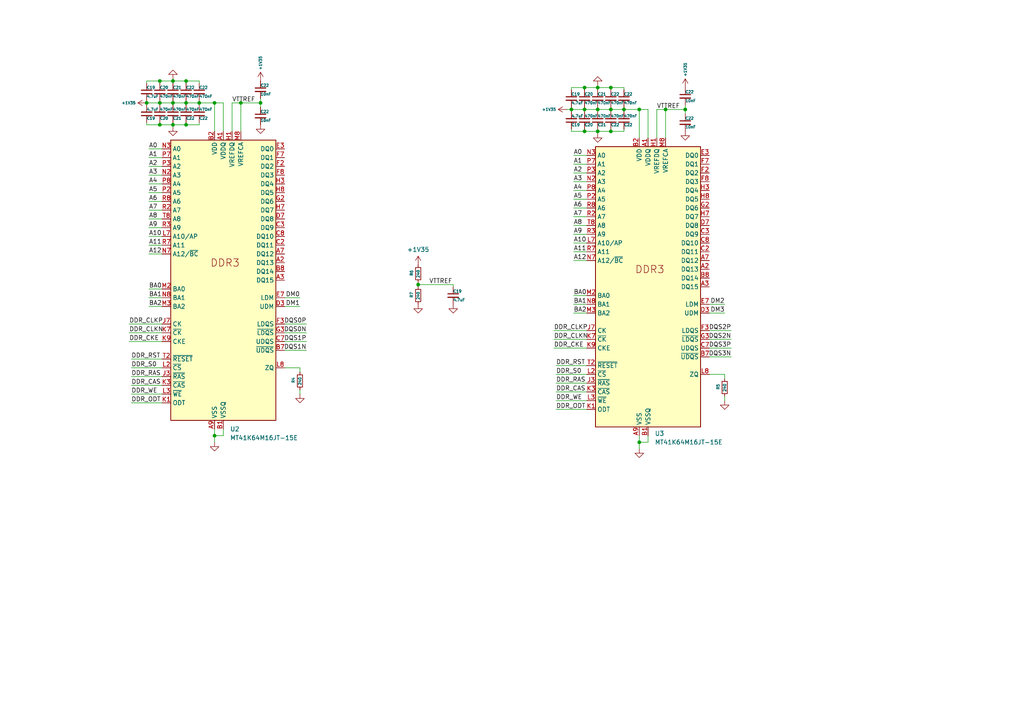
<source format=kicad_sch>
(kicad_sch (version 20230409) (generator eeschema)
  (paper "A4")
  (lib_symbols
    (symbol "Device:C_Small" (pin_numbers hide) (pin_names (offset 0.254) hide)
      (property "Reference" "C" (at 0.254 1.778 0))
      (property "Value" "C_Small" (at 0.254 -2.032 0))
      (symbol "C_Small_0_1"
        (polyline (pts (xy -1.524 -0.508) (xy 1.524 -0.508)) (stroke (width 0.3302)))
        (polyline (pts (xy -1.524 0.508) (xy 1.524 0.508)) (stroke (width 0.3048)))
      )
      (symbol "C_Small_1_1"
        (pin passive line (at 0 2.54 270) (length 2.032) (name "~") (number "1"))
        (pin passive line (at 0 -2.54 90) (length 2.032) (name "~") (number "2"))
      )
    )
    (symbol "Device:R_Small" (pin_numbers hide) (pin_names (offset 0.254) hide)
      (property "Reference" "R" (at 0.762 0.508 0))
      (property "Value" "R_Small" (at 0.762 -1.016 0))
      (symbol "R_Small_0_1"
        (rectangle (start -0.762 1.778) (end 0.762 -1.778) (stroke (width 0.2032)))
      )
      (symbol "R_Small_1_1"
        (pin passive line (at 0 2.54 270) (length 0.762) (name "~") (number "1"))
        (pin passive line (at 0 -2.54 90) (length 0.762) (name "~") (number "2"))
      )
    )
    (symbol "ThunderBee:MT41K64M16JT-15E"
      (property "Reference" "U" (at -13.97 41.91 0))
      (property "Value" "MT41K64M16JT-15E" (at 13.97 41.91 0))
      (symbol "MT41K64M16JT-15E_0_1"
        (rectangle (start -15.24 40.64) (end 15.24 -40.64) (stroke (width 0.254)) (fill (type background)))
        (pin power_in line (at 0 43.18 270) (length 2.54) (name "VDDQ") (number "A1"))
        (pin passive line (at 0 43.18 270) (length 2.54) hide (name "VDDQ") (number "A8"))
        (pin power_in line (at -2.54 -43.18 90) (length 2.54) (name "VSS") (number "A9"))
        (pin power_in line (at 0 -43.18 90) (length 2.54) (name "VSSQ") (number "B1"))
        (pin power_in line (at -2.54 43.18 270) (length 2.54) (name "VDD") (number "B2"))
        (pin passive line (at -2.54 -43.18 90) (length 2.54) hide (name "VSS") (number "B3"))
        (pin passive line (at 0 -43.18 90) (length 2.54) hide (name "VSSQ") (number "B9"))
        (pin passive line (at 0 43.18 270) (length 2.54) hide (name "VDDQ") (number "C1"))
        (pin passive line (at 0 43.18 270) (length 2.54) hide (name "VDDQ") (number "C9"))
        (pin passive line (at 0 -43.18 90) (length 2.54) hide (name "VSSQ") (number "D1"))
        (pin passive line (at 0 43.18 270) (length 2.54) hide (name "VDDQ") (number "D2"))
        (pin passive line (at 0 -43.18 90) (length 2.54) hide (name "VSSQ") (number "D8"))
        (pin passive line (at -2.54 43.18 270) (length 2.54) hide (name "VDD") (number "D9"))
        (pin passive line (at -2.54 -43.18 90) (length 2.54) hide (name "VSS") (number "E1"))
        (pin passive line (at 0 -43.18 90) (length 2.54) hide (name "VSSQ") (number "E2"))
        (pin bidirectional line (at 17.78 38.1 180) (length 2.54) (name "DQ0") (number "E3"))
        (pin passive line (at 0 -43.18 90) (length 2.54) hide (name "VSSQ") (number "E8"))
        (pin passive line (at 0 43.18 270) (length 2.54) hide (name "VDDQ") (number "E9"))
        (pin passive line (at 0 43.18 270) (length 2.54) hide (name "VDDQ") (number "F1"))
        (pin bidirectional line (at 17.78 33.02 180) (length 2.54) (name "DQ2") (number "F2"))
        (pin bidirectional line (at 17.78 35.56 180) (length 2.54) (name "DQ1") (number "F7"))
        (pin bidirectional line (at 17.78 30.48 180) (length 2.54) (name "DQ3") (number "F8"))
        (pin passive line (at 0 -43.18 90) (length 2.54) hide (name "VSSQ") (number "F9"))
        (pin passive line (at 0 -43.18 90) (length 2.54) hide (name "VSSQ") (number "G1"))
        (pin bidirectional line (at 17.78 22.86 180) (length 2.54) (name "DQ6") (number "G2"))
        (pin passive line (at -2.54 43.18 270) (length 2.54) hide (name "VDD") (number "G7"))
        (pin passive line (at -2.54 -43.18 90) (length 2.54) hide (name "VSS") (number "G8"))
        (pin passive line (at 0 -43.18 90) (length 2.54) hide (name "VSSQ") (number "G9"))
        (pin power_in line (at 2.54 43.18 270) (length 2.54) (name "VREFDQ") (number "H1"))
        (pin passive line (at 0 43.18 270) (length 2.54) hide (name "VDDQ") (number "H2"))
        (pin bidirectional line (at 17.78 27.94 180) (length 2.54) (name "DQ4") (number "H3"))
        (pin bidirectional line (at 17.78 20.32 180) (length 2.54) (name "DQ7") (number "H7"))
        (pin bidirectional line (at 17.78 25.4 180) (length 2.54) (name "DQ5") (number "H8"))
        (pin passive line (at 0 43.18 270) (length 2.54) hide (name "VDDQ") (number "H9"))
        (pin passive line (at -2.54 -43.18 90) (length 2.54) hide (name "VSS") (number "J2"))
        (pin passive line (at -2.54 -43.18 90) (length 2.54) hide (name "VSS") (number "J8"))
        (pin passive line (at -2.54 43.18 270) (length 2.54) hide (name "VDD") (number "K2"))
        (pin passive line (at -2.54 43.18 270) (length 2.54) hide (name "VDD") (number "K8"))
        (pin input line (at -17.78 -25.4 0) (length 2.54) (name "~{CS}") (number "L2"))
        (pin input line (at -17.78 12.7 0) (length 2.54) (name "A10/AP") (number "L7"))
        (pin passive line (at -2.54 -43.18 90) (length 2.54) hide (name "VSS") (number "M1"))
        (pin passive line (at -2.54 -43.18 90) (length 2.54) hide (name "VSS") (number "M9"))
        (pin passive line (at -2.54 43.18 270) (length 2.54) hide (name "VDD") (number "N1"))
        (pin input line (at -17.78 30.48 0) (length 2.54) (name "A3") (number "N2"))
        (pin input line (at -17.78 38.1 0) (length 2.54) (name "A0") (number "N3"))
        (pin input line (at -17.78 7.62 0) (length 2.54) (name "A12/~{BC}") (number "N7"))
        (pin passive line (at -2.54 43.18 270) (length 2.54) hide (name "VDD") (number "N9"))
        (pin passive line (at -2.54 -43.18 90) (length 2.54) hide (name "VSS") (number "P1"))
        (pin input line (at -17.78 25.4 0) (length 2.54) (name "A5") (number "P2"))
        (pin input line (at -17.78 33.02 0) (length 2.54) (name "A2") (number "P3"))
        (pin input line (at -17.78 35.56 0) (length 2.54) (name "A1") (number "P7"))
        (pin input line (at -17.78 27.94 0) (length 2.54) (name "A4") (number "P8"))
        (pin passive line (at -2.54 -43.18 90) (length 2.54) hide (name "VSS") (number "P9"))
        (pin passive line (at -2.54 43.18 270) (length 2.54) hide (name "VDD") (number "R1"))
        (pin input line (at -17.78 20.32 0) (length 2.54) (name "A7") (number "R2"))
        (pin input line (at -17.78 15.24 0) (length 2.54) (name "A9") (number "R3"))
        (pin input line (at -17.78 10.16 0) (length 2.54) (name "A11") (number "R7"))
        (pin input line (at -17.78 22.86 0) (length 2.54) (name "A6") (number "R8"))
        (pin passive line (at -2.54 43.18 270) (length 2.54) hide (name "VDD") (number "R9"))
        (pin passive line (at -2.54 -43.18 90) (length 2.54) hide (name "VSS") (number "T1"))
        (pin input line (at -17.78 -22.86 0) (length 2.54) (name "~{RESET}") (number "T2"))
        (pin input line (at -17.78 17.78 0) (length 2.54) (name "A8") (number "T8"))
        (pin passive line (at -2.54 -43.18 90) (length 2.54) hide (name "VSS") (number "T9"))
      )
      (symbol "MT41K64M16JT-15E_1_1"
        (text "DDR3" (at -3.81 3.81 0) (effects (font (size 2.1336 2.1336)) (justify left bottom)))
        (pin bidirectional line (at 17.78 5.08 180) (length 2.54) (name "DQ13") (number "A2"))
        (pin bidirectional line (at 17.78 0 180) (length 2.54) (name "DQ15") (number "A3"))
        (pin bidirectional line (at 17.78 7.62 180) (length 2.54) (name "DQ12") (number "A7"))
        (pin bidirectional line (at 17.78 -20.32 180) (length 2.54) (name "~{UDQS}") (number "B7"))
        (pin bidirectional line (at 17.78 2.54 180) (length 2.54) (name "DQ14") (number "B8"))
        (pin bidirectional line (at 17.78 10.16 180) (length 2.54) (name "DQ11") (number "C2"))
        (pin bidirectional line (at 17.78 15.24 180) (length 2.54) (name "DQ9") (number "C3"))
        (pin bidirectional line (at 17.78 -17.78 180) (length 2.54) (name "UDQS") (number "C7"))
        (pin bidirectional line (at 17.78 12.7 180) (length 2.54) (name "DQ10") (number "C8"))
        (pin input line (at 17.78 -7.62 180) (length 2.54) (name "UDM") (number "D3"))
        (pin bidirectional line (at 17.78 17.78 180) (length 2.54) (name "DQ8") (number "D7"))
        (pin input line (at 17.78 -5.08 180) (length 2.54) (name "LDM") (number "E7"))
        (pin bidirectional line (at 17.78 -12.7 180) (length 2.54) (name "LDQS") (number "F3"))
        (pin bidirectional line (at 17.78 -15.24 180) (length 2.54) (name "~{LDQS}") (number "G3"))
        (pin no_connect line (at 15.24 -27.94 180) (length 2.54) hide (name "NC") (number "J1"))
        (pin input line (at -17.78 -27.94 0) (length 2.54) (name "~{RAS}") (number "J3"))
        (pin input line (at -17.78 -12.7 0) (length 2.54) (name "CK") (number "J7"))
        (pin no_connect line (at 15.24 -30.48 180) (length 2.54) hide (name "NC") (number "J9"))
        (pin input line (at -17.78 -35.56 0) (length 2.54) (name "ODT") (number "K1"))
        (pin input line (at -17.78 -30.48 0) (length 2.54) (name "~{CAS}") (number "K3"))
        (pin input line (at -17.78 -15.24 0) (length 2.54) (name "~{CK}") (number "K7"))
        (pin input line (at -17.78 -17.78 0) (length 2.54) (name "CKE") (number "K9"))
        (pin no_connect line (at 15.24 -33.02 180) (length 2.54) hide (name "NC") (number "L1"))
        (pin input line (at -17.78 -33.02 0) (length 2.54) (name "~{WE}") (number "L3"))
        (pin input line (at 17.78 -25.4 180) (length 2.54) (name "ZQ") (number "L8"))
        (pin no_connect line (at 15.24 -35.56 180) (length 2.54) hide (name "NC") (number "L9"))
        (pin input line (at -17.78 -2.54 0) (length 2.54) (name "BA0") (number "M2"))
        (pin input line (at -17.78 -7.62 0) (length 2.54) (name "BA2") (number "M3"))
        (pin no_connect line (at 15.24 -38.1 180) (length 2.54) hide (name "NC") (number "M7"))
        (pin power_in line (at 5.08 43.18 270) (length 2.54) (name "VREFCA") (number "M8"))
        (pin input line (at -17.78 -5.08 0) (length 2.54) (name "BA1") (number "N8"))
      )
    )
    (symbol "power:+1V35" (power) (pin_names (offset 0))
      (property "Value" "+1V35" (at 0 3.556 0))
      (symbol "+1V35_0_1"
        (polyline (pts (xy -0.762 1.27) (xy 0 2.54)))
        (polyline (pts (xy 0 0) (xy 0 2.54)))
        (polyline (pts (xy 0 2.54) (xy 0.762 1.27)))
      )
      (symbol "+1V35_1_1"
        (pin power_in line (at 0 0 90) (length 0) hide (name "+1V35") (number "1"))
      )
    )
    (symbol "power:GND" (power) (pin_names (offset 0))
      (property "Value" "GND" (at 0 -3.81 0))
      (symbol "GND_0_1"
        (polyline (pts (xy 0 0) (xy 0 -1.27) (xy 1.27 -1.27) (xy 0 -2.54) (xy -1.27 -1.27) (xy 0 -1.27)))
      )
      (symbol "GND_1_1"
        (pin power_in line (at 0 0 270) (length 0) hide (name "GND") (number "1"))
      )
    )
  )
  (junction (at 169.545 25.4))
  (junction (at 169.545 38.1))
  (junction (at 57.785 29.845))
  (junction (at 198.755 31.75))
  (junction (at 75.565 29.845))
  (junction (at 50.165 29.845))
  (junction (at 53.975 23.495))
  (junction (at 46.355 36.195))
  (junction (at 169.545 31.75))
  (junction (at 193.04 31.75))
  (junction (at 165.735 31.75))
  (junction (at 185.42 31.75))
  (junction (at 121.285 82.55))
  (junction (at 173.355 25.4))
  (junction (at 185.42 128.27))
  (junction (at 46.355 23.495))
  (junction (at 173.355 31.75))
  (junction (at 42.545 29.845))
  (junction (at 173.355 38.1))
  (junction (at 69.85 29.845))
  (junction (at 177.165 31.75))
  (junction (at 50.165 23.495))
  (junction (at 50.165 36.195))
  (junction (at 177.165 38.1))
  (junction (at 53.975 29.845))
  (junction (at 46.355 29.845))
  (junction (at 177.165 25.4))
  (junction (at 62.23 29.845))
  (junction (at 53.975 36.195))
  (junction (at 180.975 31.75))
  (junction (at 62.23 126.365))
  (wire (pts (xy 190.5 31.75) (xy 190.5 40.005)))
  (wire (pts (xy 43.18 88.9) (xy 46.99 88.9)))
  (wire (pts (xy 53.975 36.195) (xy 53.975 35.56)))
  (wire (pts (xy 193.04 31.75) (xy 193.04 40.005)))
  (wire (pts (xy 46.355 36.195) (xy 50.165 36.195)))
  (wire (pts (xy 82.55 101.6) (xy 88.9 101.6)))
  (wire (pts (xy 173.355 24.765) (xy 173.355 25.4)))
  (wire (pts (xy 166.37 65.405) (xy 170.18 65.405)))
  (wire (pts (xy 187.96 31.75) (xy 185.42 31.75)))
  (wire (pts (xy 43.18 83.82) (xy 46.99 83.82)))
  (wire (pts (xy 50.165 36.195) (xy 50.165 35.56)))
  (wire (pts (xy 198.755 30.48) (xy 198.755 31.75)))
  (wire (pts (xy 169.545 32.385) (xy 169.545 31.75)))
  (wire (pts (xy 210.185 108.585) (xy 205.74 108.585)))
  (wire (pts (xy 57.785 36.195) (xy 57.785 35.56)))
  (wire (pts (xy 86.995 107.95) (xy 86.995 106.68)))
  (wire (pts (xy 180.975 25.4) (xy 180.975 26.035)))
  (wire (pts (xy 166.37 45.085) (xy 170.18 45.085)))
  (wire (pts (xy 62.23 128.27) (xy 62.23 126.365)))
  (wire (pts (xy 173.355 38.1) (xy 177.165 38.1)))
  (wire (pts (xy 43.18 68.58) (xy 46.99 68.58)))
  (wire (pts (xy 165.735 26.035) (xy 165.735 25.4)))
  (wire (pts (xy 38.1 111.76) (xy 46.99 111.76)))
  (wire (pts (xy 42.545 35.56) (xy 42.545 36.195)))
  (wire (pts (xy 57.785 29.21) (xy 57.785 29.845)))
  (wire (pts (xy 46.355 23.495) (xy 46.355 24.13)))
  (wire (pts (xy 57.785 29.845) (xy 62.23 29.845)))
  (wire (pts (xy 166.37 55.245) (xy 170.18 55.245)))
  (wire (pts (xy 165.735 31.75) (xy 169.545 31.75)))
  (wire (pts (xy 38.1 106.68) (xy 46.99 106.68)))
  (wire (pts (xy 86.995 106.68) (xy 82.55 106.68)))
  (wire (pts (xy 121.285 81.915) (xy 121.285 82.55)))
  (wire (pts (xy 64.77 38.1) (xy 64.77 29.845)))
  (wire (pts (xy 57.785 23.495) (xy 57.785 24.13)))
  (wire (pts (xy 169.545 38.1) (xy 169.545 37.465)))
  (wire (pts (xy 165.735 32.385) (xy 165.735 31.75)))
  (wire (pts (xy 205.74 100.965) (xy 212.09 100.965)))
  (wire (pts (xy 38.1 104.14) (xy 46.99 104.14)))
  (wire (pts (xy 166.37 67.945) (xy 170.18 67.945)))
  (wire (pts (xy 165.735 38.1) (xy 169.545 38.1)))
  (wire (pts (xy 205.74 98.425) (xy 212.09 98.425)))
  (wire (pts (xy 43.18 60.96) (xy 46.99 60.96)))
  (wire (pts (xy 67.31 29.845) (xy 67.31 38.1)))
  (wire (pts (xy 166.37 75.565) (xy 170.18 75.565)))
  (wire (pts (xy 42.545 29.21) (xy 42.545 29.845)))
  (wire (pts (xy 50.165 23.495) (xy 50.165 24.13)))
  (wire (pts (xy 177.165 32.385) (xy 177.165 31.75)))
  (wire (pts (xy 69.85 29.845) (xy 69.85 38.1)))
  (wire (pts (xy 62.23 29.845) (xy 62.23 38.1)))
  (wire (pts (xy 38.1 109.22) (xy 46.99 109.22)))
  (wire (pts (xy 64.77 29.845) (xy 62.23 29.845)))
  (wire (pts (xy 205.74 95.885) (xy 212.09 95.885)))
  (wire (pts (xy 42.545 30.48) (xy 42.545 29.845)))
  (wire (pts (xy 75.565 29.845) (xy 75.565 31.115)))
  (wire (pts (xy 198.755 31.75) (xy 198.755 33.02)))
  (wire (pts (xy 43.18 43.18) (xy 46.99 43.18)))
  (wire (pts (xy 165.735 37.465) (xy 165.735 38.1)))
  (wire (pts (xy 173.355 25.4) (xy 173.355 26.035)))
  (wire (pts (xy 50.165 36.195) (xy 53.975 36.195)))
  (wire (pts (xy 180.975 38.1) (xy 180.975 37.465)))
  (wire (pts (xy 166.37 60.325) (xy 170.18 60.325)))
  (wire (pts (xy 177.165 25.4) (xy 177.165 26.035)))
  (wire (pts (xy 185.42 130.175) (xy 185.42 128.27)))
  (wire (pts (xy 190.5 31.75) (xy 193.04 31.75)))
  (wire (pts (xy 210.185 116.205) (xy 210.185 114.935)))
  (wire (pts (xy 185.42 31.75) (xy 185.42 40.005)))
  (wire (pts (xy 173.355 31.115) (xy 173.355 31.75)))
  (wire (pts (xy 169.545 25.4) (xy 173.355 25.4)))
  (wire (pts (xy 180.975 31.115) (xy 180.975 31.75)))
  (wire (pts (xy 43.18 66.04) (xy 46.99 66.04)))
  (wire (pts (xy 50.165 23.495) (xy 53.975 23.495)))
  (wire (pts (xy 53.975 23.495) (xy 57.785 23.495)))
  (wire (pts (xy 177.165 31.115) (xy 177.165 31.75)))
  (wire (pts (xy 43.18 63.5) (xy 46.99 63.5)))
  (wire (pts (xy 42.545 29.845) (xy 46.355 29.845)))
  (wire (pts (xy 173.355 38.1) (xy 173.355 37.465)))
  (wire (pts (xy 38.1 114.3) (xy 46.99 114.3)))
  (wire (pts (xy 169.545 38.1) (xy 173.355 38.1)))
  (wire (pts (xy 161.29 118.745) (xy 170.18 118.745)))
  (wire (pts (xy 64.77 126.365) (xy 62.23 126.365)))
  (wire (pts (xy 50.165 29.21) (xy 50.165 29.845)))
  (wire (pts (xy 185.42 128.27) (xy 185.42 126.365)))
  (wire (pts (xy 46.355 23.495) (xy 50.165 23.495)))
  (wire (pts (xy 161.29 108.585) (xy 170.18 108.585)))
  (wire (pts (xy 46.355 30.48) (xy 46.355 29.845)))
  (wire (pts (xy 69.85 29.845) (xy 75.565 29.845)))
  (wire (pts (xy 50.165 36.83) (xy 50.165 36.195)))
  (wire (pts (xy 50.165 22.86) (xy 50.165 23.495)))
  (wire (pts (xy 173.355 38.735) (xy 173.355 38.1)))
  (wire (pts (xy 46.355 29.845) (xy 50.165 29.845)))
  (wire (pts (xy 161.29 111.125) (xy 170.18 111.125)))
  (wire (pts (xy 46.355 36.195) (xy 46.355 35.56)))
  (wire (pts (xy 193.04 31.75) (xy 198.755 31.75)))
  (wire (pts (xy 67.31 29.845) (xy 69.85 29.845)))
  (wire (pts (xy 161.29 116.205) (xy 170.18 116.205)))
  (wire (pts (xy 165.735 31.115) (xy 165.735 31.75)))
  (wire (pts (xy 177.165 31.75) (xy 180.975 31.75)))
  (wire (pts (xy 86.995 114.3) (xy 86.995 113.03)))
  (wire (pts (xy 37.465 96.52) (xy 46.99 96.52)))
  (wire (pts (xy 43.18 48.26) (xy 46.99 48.26)))
  (wire (pts (xy 166.37 85.725) (xy 170.18 85.725)))
  (wire (pts (xy 82.55 88.9) (xy 86.995 88.9)))
  (wire (pts (xy 121.285 82.55) (xy 131.445 82.55)))
  (wire (pts (xy 160.655 95.885) (xy 170.18 95.885)))
  (wire (pts (xy 177.165 38.1) (xy 180.975 38.1)))
  (wire (pts (xy 166.37 88.265) (xy 170.18 88.265)))
  (wire (pts (xy 38.1 116.84) (xy 46.99 116.84)))
  (wire (pts (xy 205.74 90.805) (xy 210.185 90.805)))
  (wire (pts (xy 43.18 71.12) (xy 46.99 71.12)))
  (wire (pts (xy 180.975 31.75) (xy 185.42 31.75)))
  (wire (pts (xy 53.975 36.195) (xy 57.785 36.195)))
  (wire (pts (xy 166.37 90.805) (xy 170.18 90.805)))
  (wire (pts (xy 37.465 93.98) (xy 46.99 93.98)))
  (wire (pts (xy 121.285 82.55) (xy 121.285 83.185)))
  (wire (pts (xy 187.96 126.365) (xy 187.96 128.27)))
  (wire (pts (xy 169.545 31.75) (xy 173.355 31.75)))
  (wire (pts (xy 82.55 96.52) (xy 88.9 96.52)))
  (wire (pts (xy 43.18 45.72) (xy 46.99 45.72)))
  (wire (pts (xy 43.18 50.8) (xy 46.99 50.8)))
  (wire (pts (xy 165.735 25.4) (xy 169.545 25.4)))
  (wire (pts (xy 164.465 31.75) (xy 165.735 31.75)))
  (wire (pts (xy 173.355 32.385) (xy 173.355 31.75)))
  (wire (pts (xy 37.465 99.06) (xy 46.99 99.06)))
  (wire (pts (xy 43.18 58.42) (xy 46.99 58.42)))
  (wire (pts (xy 43.18 55.88) (xy 46.99 55.88)))
  (wire (pts (xy 82.55 86.36) (xy 86.995 86.36)))
  (wire (pts (xy 161.29 106.045) (xy 170.18 106.045)))
  (wire (pts (xy 169.545 31.115) (xy 169.545 31.75)))
  (wire (pts (xy 205.74 103.505) (xy 212.09 103.505)))
  (wire (pts (xy 42.545 24.13) (xy 42.545 23.495)))
  (wire (pts (xy 177.165 38.1) (xy 177.165 37.465)))
  (wire (pts (xy 180.975 32.385) (xy 180.975 31.75)))
  (wire (pts (xy 169.545 25.4) (xy 169.545 26.035)))
  (wire (pts (xy 166.37 73.025) (xy 170.18 73.025)))
  (wire (pts (xy 82.55 93.98) (xy 88.9 93.98)))
  (wire (pts (xy 166.37 70.485) (xy 170.18 70.485)))
  (wire (pts (xy 166.37 57.785) (xy 170.18 57.785)))
  (wire (pts (xy 64.77 124.46) (xy 64.77 126.365)))
  (wire (pts (xy 46.355 29.21) (xy 46.355 29.845)))
  (wire (pts (xy 53.975 29.845) (xy 57.785 29.845)))
  (wire (pts (xy 42.545 36.195) (xy 46.355 36.195)))
  (wire (pts (xy 187.96 40.005) (xy 187.96 31.75)))
  (wire (pts (xy 131.445 82.55) (xy 131.445 83.185)))
  (wire (pts (xy 53.975 23.495) (xy 53.975 24.13)))
  (wire (pts (xy 82.55 99.06) (xy 88.9 99.06)))
  (wire (pts (xy 57.785 30.48) (xy 57.785 29.845)))
  (wire (pts (xy 160.655 100.965) (xy 170.18 100.965)))
  (wire (pts (xy 43.18 53.34) (xy 46.99 53.34)))
  (wire (pts (xy 50.165 30.48) (xy 50.165 29.845)))
  (wire (pts (xy 160.655 98.425) (xy 170.18 98.425)))
  (wire (pts (xy 53.975 29.21) (xy 53.975 29.845)))
  (wire (pts (xy 166.37 47.625) (xy 170.18 47.625)))
  (wire (pts (xy 43.18 86.36) (xy 46.99 86.36)))
  (wire (pts (xy 50.165 29.845) (xy 53.975 29.845)))
  (wire (pts (xy 43.18 73.66) (xy 46.99 73.66)))
  (wire (pts (xy 161.29 113.665) (xy 170.18 113.665)))
  (wire (pts (xy 166.37 62.865) (xy 170.18 62.865)))
  (wire (pts (xy 205.74 88.265) (xy 210.185 88.265)))
  (wire (pts (xy 166.37 50.165) (xy 170.18 50.165)))
  (wire (pts (xy 166.37 52.705) (xy 170.18 52.705)))
  (wire (pts (xy 173.355 25.4) (xy 177.165 25.4)))
  (wire (pts (xy 210.185 109.855) (xy 210.185 108.585)))
  (wire (pts (xy 177.165 25.4) (xy 180.975 25.4)))
  (wire (pts (xy 62.23 126.365) (xy 62.23 124.46)))
  (wire (pts (xy 75.565 28.575) (xy 75.565 29.845)))
  (wire (pts (xy 42.545 23.495) (xy 46.355 23.495)))
  (wire (pts (xy 53.975 30.48) (xy 53.975 29.845)))
  (wire (pts (xy 187.96 128.27) (xy 185.42 128.27)))
  (wire (pts (xy 173.355 31.75) (xy 177.165 31.75)))
  (label "BA0" (at 43.18 83.82 0))
  (label "A1" (at 166.37 47.625 0))
  (label "DDR_CKE" (at 160.655 100.965 0))
  (label "A3" (at 166.37 52.705 0))
  (label "A2" (at 166.37 50.165 0))
  (label "DQS0P" (at 88.9 93.98 180))
  (label "DQS3N" (at 212.09 103.505 180))
  (label "VTTREF" (at 124.46 82.55 0))
  (label "A11" (at 43.18 71.12 0))
  (label "A9" (at 166.37 67.945 0))
  (label "BA1" (at 166.37 88.265 0))
  (label "DQS2N" (at 212.09 98.425 180))
  (label "DQS0N" (at 88.9 96.52 180))
  (label "DDR_CLKP" (at 37.465 93.98 0))
  (label "A0" (at 43.18 43.18 0))
  (label "A3" (at 43.18 50.8 0))
  (label "DDR_CAS" (at 161.29 113.665 0))
  (label "DDR_CLKN" (at 37.465 96.52 0))
  (label "BA0" (at 166.37 85.725 0))
  (label "A9" (at 43.18 66.04 0))
  (label "BA2" (at 43.18 88.9 0))
  (label "A0" (at 166.37 45.085 0))
  (label "A8" (at 166.37 65.405 0))
  (label "DDR_ODT" (at 161.29 118.745 0))
  (label "A12" (at 166.37 75.565 0))
  (label "VTTREF" (at 67.31 29.845 0))
  (label "A7" (at 43.18 60.96 0))
  (label "DQS1N" (at 88.9 101.6 180))
  (label "DQS3P" (at 212.09 100.965 180))
  (label "A6" (at 43.18 58.42 0))
  (label "DDR_WE" (at 161.29 116.205 0))
  (label "DQS2P" (at 212.09 95.885 180))
  (label "DDR_RAS" (at 38.1 109.22 0))
  (label "DDR_CLKP" (at 160.655 95.885 0))
  (label "VTTREF" (at 190.5 31.75 0))
  (label "DDR_ODT" (at 38.1 116.84 0))
  (label "A10" (at 166.37 70.485 0))
  (label "A5" (at 43.18 55.88 0))
  (label "A1" (at 43.18 45.72 0))
  (label "DDR_CLKN" (at 160.655 98.425 0))
  (label "A2" (at 43.18 48.26 0))
  (label "A4" (at 166.37 55.245 0))
  (label "A5" (at 166.37 57.785 0))
  (label "A8" (at 43.18 63.5 0))
  (label "A12" (at 43.18 73.66 0))
  (label "DDR_RAS" (at 161.29 111.125 0))
  (label "A11" (at 166.37 73.025 0))
  (label "DDR_WE" (at 38.1 114.3 0))
  (label "DM1" (at 86.995 88.9 180))
  (label "DDR_S0" (at 161.29 108.585 0))
  (label "DDR_CKE" (at 37.465 99.06 0))
  (label "DDR_RST" (at 161.29 106.045 0))
  (label "BA1" (at 43.18 86.36 0))
  (label "DDR_S0" (at 38.1 106.68 0))
  (label "DDR_RST" (at 38.1 104.14 0))
  (label "A4" (at 43.18 53.34 0))
  (label "DDR_CAS" (at 38.1 111.76 0))
  (label "A7" (at 166.37 62.865 0))
  (label "DM0" (at 86.995 86.36 180))
  (label "DM3" (at 210.185 90.805 180))
  (label "BA2" (at 166.37 90.805 0))
  (label "A6" (at 166.37 60.325 0))
  (label "A10" (at 43.18 68.58 0))
  (label "DQS1P" (at 88.9 99.06 180))
  (label "DM2" (at 210.185 88.265 180))
  (symbol (lib_id "power:GND") (at 131.445 88.265 0) (unit 1)
    (property "Reference" "#PWR041" (effects hide))
    (property "Value" "GND" (effects hide))
  )
  (symbol (lib_id "Device:C_Small") (at 42.545 26.67 0) (unit 1)
    (property "Reference" "C19" (at 42.545 25.4 0) (effects (font (size 0.8 0.8)) (justify left)))
    (property "Value" "4.7uF" (at 42.545 27.94 0) (effects (font (size 0.8 0.8)) (justify left)))
    (instances (project "ThunderBee" (path "" (reference "C19") (unit 1)) (path "" (reference "C55") (unit 1))))
  )
  (symbol (lib_id "Device:C_Small") (at 173.355 28.575 0) (unit 1)
    (property "Reference" "C21" (at 173.355 27.305 0) (effects (font (size 0.8 0.8)) (justify left)))
    (property "Value" "470nF" (at 173.355 29.845 0) (effects (font (size 0.8 0.8)) (justify left)))
    (instances (project "ThunderBee" (path "" (reference "C21") (unit 1)) (path "" (reference "C69") (unit 1))))
  )
  (symbol (lib_id "Device:C_Small") (at 165.735 34.925 0) (mirror x) (unit 1)
    (property "Reference" "C19" (at 165.735 36.195 0) (effects (font (size 0.8 0.8)) (justify left)))
    (property "Value" "4.7uF" (at 165.735 33.655 0) (effects (font (size 0.8 0.8)) (justify left)))
    (instances (project "ThunderBee" (path "" (reference "C19") (unit 1)) (path "" (reference "C66") (unit 1))))
  )
  (symbol (lib_id "Device:C_Small") (at 131.445 85.725 0) (unit 1)
    (property "Reference" "C19" (at 131.445 84.455 0) (effects (font (size 0.8 0.8)) (justify left)))
    (property "Value" "4.7uF" (at 131.445 86.995 0) (effects (font (size 0.8 0.8)) (justify left)))
    (instances (project "ThunderBee" (path "" (reference "C19") (unit 1)) (path "" (reference "C75") (unit 1))))
  )
  (symbol (lib_id "Device:C_Small") (at 177.165 34.925 0) (mirror x) (unit 1)
    (property "Reference" "C22" (at 177.165 36.195 0) (effects (font (size 0.8 0.8)) (justify left)))
    (property "Value" "470nF" (at 177.165 33.655 0) (effects (font (size 0.8 0.8)) (justify left)))
    (instances (project "ThunderBee" (path "" (reference "C22") (unit 1)) (path "" (reference "C72") (unit 1))))
  )
  (symbol (lib_id "power:GND") (at 50.165 36.83 0) (mirror y) (unit 1)
    (property "Reference" "#PWR033" (effects hide))
    (property "Value" "GND" (effects hide))
  )
  (symbol (lib_id "Device:C_Small") (at 46.355 33.02 0) (mirror x) (unit 1)
    (property "Reference" "C20" (at 46.355 34.29 0) (effects (font (size 0.8 0.8)) (justify left)))
    (property "Value" "470nF" (at 46.355 31.75 0) (effects (font (size 0.8 0.8)) (justify left)))
    (instances (project "ThunderBee" (path "" (reference "C20") (unit 1)) (path "" (reference "C61") (unit 1))))
  )
  (symbol (lib_id "Device:C_Small") (at 165.735 28.575 0) (unit 1)
    (property "Reference" "C19" (at 165.735 27.305 0) (effects (font (size 0.8 0.8)) (justify left)))
    (property "Value" "4.7uF" (at 165.735 29.845 0) (effects (font (size 0.8 0.8)) (justify left)))
    (instances (project "ThunderBee" (path "" (reference "C19") (unit 1)) (path "" (reference "C65") (unit 1))))
  )
  (symbol (lib_id "power:+1V35") (at 198.755 25.4 0) (unit 1)
    (property "Reference" "#PWR043" (effects hide))
    (property "Value" "+1V35" (at 198.755 22.225 90) (effects (font (size 0.8 0.8)) (justify left)))
  )
  (symbol (lib_id "Device:R_Small") (at 86.995 110.49 0) (unit 1)
    (property "Reference" "R4" (at 85.09 111.125 90) (effects (font (size 0.8 0.8)) (justify left)))
    (property "Value" "240" (at 86.995 111.76 90) (effects (font (size 0.8 0.8)) (justify left)))
  )
  (symbol (lib_id "power:GND") (at 198.755 38.1 0) (mirror y) (unit 1)
    (property "Reference" "#PWR042" (effects hide))
    (property "Value" "GND" (effects hide))
  )
  (symbol (lib_id "ThunderBee:MT41K64M16JT-15E") (at 187.96 83.185 0) (unit 1)
    (property "Reference" "U3" (at 189.9159 125.73 0) (effects (justify left)))
    (property "Value" "MT41K64M16JT-15E" (at 189.9159 128.27 0) (effects (justify left)))
    (property "Footprint" "Package_BGA:BGA-96_9.0x13.0mm_Layout2x3x16_P0.8mm" (effects hide))
    (property "Datasheet" "https://www.alliancememory.com/wp-content/uploads/pdf/ddr3/4GB-AS4C256M16D3.pdf" (effects hide))
  )
  (symbol (lib_id "power:+1V35") (at 42.545 29.845 90) (unit 1)
    (property "Reference" "#PWR031" (effects hide))
    (property "Value" "+1V35" (at 39.37 29.845 90) (effects (font (size 0.8 0.8)) (justify left)))
  )
  (symbol (lib_id "Device:C_Small") (at 42.545 33.02 0) (mirror x) (unit 1)
    (property "Reference" "C19" (at 42.545 34.29 0) (effects (font (size 0.8 0.8)) (justify left)))
    (property "Value" "4.7uF" (at 42.545 31.75 0) (effects (font (size 0.8 0.8)) (justify left)))
    (instances (project "ThunderBee" (path "" (reference "C19") (unit 1)) (path "" (reference "C60") (unit 1))))
  )
  (symbol (lib_id "Device:C_Small") (at 177.165 28.575 0) (unit 1)
    (property "Reference" "C22" (at 177.165 27.305 0) (effects (font (size 0.8 0.8)) (justify left)))
    (property "Value" "470nF" (at 177.165 29.845 0) (effects (font (size 0.8 0.8)) (justify left)))
    (instances (project "ThunderBee" (path "" (reference "C22") (unit 1)) (path "" (reference "C71") (unit 1))))
  )
  (symbol (lib_id "Device:C_Small") (at 75.565 26.035 0) (unit 1)
    (property "Reference" "C22" (at 75.565 24.765 0) (effects (font (size 0.8 0.8)) (justify left)))
    (property "Value" "10nF" (at 75.565 27.305 0) (effects (font (size 0.8 0.8)) (justify left)))
    (instances (project "ThunderBee" (path "" (reference "C22") (unit 1)) (path "" (reference "C78") (unit 1))))
  )
  (symbol (lib_id "power:GND") (at 75.565 36.195 0) (mirror y) (unit 1)
    (property "Reference" "#PWR045" (effects hide))
    (property "Value" "GND" (effects hide))
  )
  (symbol (lib_id "power:+1V35") (at 164.465 31.75 90) (unit 1)
    (property "Reference" "#PWR035" (effects hide))
    (property "Value" "+1V35" (at 161.29 31.75 90) (effects (font (size 0.8 0.8)) (justify left)))
  )
  (symbol (lib_id "power:GND") (at 173.355 38.735 0) (mirror y) (unit 1)
    (property "Reference" "#PWR037" (effects hide))
    (property "Value" "GND" (effects hide))
  )
  (symbol (lib_id "Device:C_Small") (at 75.565 33.655 0) (unit 1)
    (property "Reference" "C22" (at 75.565 32.385 0) (effects (font (size 0.8 0.8)) (justify left)))
    (property "Value" "10nF" (at 75.565 34.925 0) (effects (font (size 0.8 0.8)) (justify left)))
    (instances (project "ThunderBee" (path "" (reference "C22") (unit 1)) (path "" (reference "C79") (unit 1))))
  )
  (symbol (lib_id "power:GND") (at 185.42 130.175 0) (unit 1)
    (property "Reference" "#PWR038" (effects hide))
    (property "Value" "GND" (effects hide))
  )
  (symbol (lib_id "Device:C_Small") (at 180.975 34.925 0) (mirror x) (unit 1)
    (property "Reference" "C22" (at 180.975 36.195 0) (effects (font (size 0.8 0.8)) (justify left)))
    (property "Value" "470nF" (at 180.975 33.655 0) (effects (font (size 0.8 0.8)) (justify left)))
    (instances (project "ThunderBee" (path "" (reference "C22") (unit 1)) (path "" (reference "C74") (unit 1))))
  )
  (symbol (lib_id "Device:C_Small") (at 53.975 33.02 0) (mirror x) (unit 1)
    (property "Reference" "C22" (at 53.975 34.29 0) (effects (font (size 0.8 0.8)) (justify left)))
    (property "Value" "470nF" (at 53.975 31.75 0) (effects (font (size 0.8 0.8)) (justify left)))
    (instances (project "ThunderBee" (path "" (reference "C22") (unit 1)) (path "" (reference "C63") (unit 1))))
  )
  (symbol (lib_id "power:GND") (at 62.23 128.27 0) (unit 1)
    (property "Reference" "#PWR030" (effects hide))
    (property "Value" "GND" (effects hide))
  )
  (symbol (lib_id "power:+1V35") (at 75.565 23.495 0) (unit 1)
    (property "Reference" "#PWR044" (effects hide))
    (property "Value" "+1V35" (at 75.565 20.32 90) (effects (font (size 0.8 0.8)) (justify left)))
  )
  (symbol (lib_id "ThunderBee:MT41K64M16JT-15E") (at 64.77 81.28 0) (unit 1)
    (property "Reference" "U2" (at 66.7259 124.46 0) (effects (justify left)))
    (property "Value" "MT41K64M16JT-15E" (at 66.7259 127 0) (effects (justify left)))
    (property "Footprint" "Package_BGA:BGA-96_9.0x13.0mm_Layout2x3x16_P0.8mm" (effects hide))
    (property "Datasheet" "https://www.alliancememory.com/wp-content/uploads/pdf/ddr3/4GB-AS4C256M16D3.pdf" (effects hide))
  )
  (symbol (lib_id "power:GND") (at 86.995 114.3 0) (unit 1)
    (property "Reference" "#PWR029" (effects hide))
    (property "Value" "GND" (effects hide))
  )
  (symbol (lib_id "Device:C_Small") (at 50.165 33.02 0) (mirror x) (unit 1)
    (property "Reference" "C21" (at 50.165 34.29 0) (effects (font (size 0.8 0.8)) (justify left)))
    (property "Value" "470nF" (at 50.165 31.75 0) (effects (font (size 0.8 0.8)) (justify left)))
    (instances (project "ThunderBee" (path "" (reference "C21") (unit 1)) (path "" (reference "C62") (unit 1))))
  )
  (symbol (lib_id "Device:R_Small") (at 121.285 79.375 0) (unit 1)
    (property "Reference" "R6" (at 119.38 80.01 90) (effects (font (size 0.8 0.8)) (justify left)))
    (property "Value" "240" (at 121.285 80.645 90) (effects (font (size 0.8 0.8)) (justify left)))
  )
  (symbol (lib_id "Device:C_Small") (at 180.975 28.575 0) (unit 1)
    (property "Reference" "C22" (at 180.975 27.305 0) (effects (font (size 0.8 0.8)) (justify left)))
    (property "Value" "470nF" (at 180.975 29.845 0) (effects (font (size 0.8 0.8)) (justify left)))
    (instances (project "ThunderBee" (path "" (reference "C22") (unit 1)) (path "" (reference "C73") (unit 1))))
  )
  (symbol (lib_id "Device:C_Small") (at 198.755 35.56 0) (unit 1)
    (property "Reference" "C22" (at 198.755 34.29 0) (effects (font (size 0.8 0.8)) (justify left)))
    (property "Value" "10nF" (at 198.755 36.83 0) (effects (font (size 0.8 0.8)) (justify left)))
    (instances (project "ThunderBee" (path "" (reference "C22") (unit 1)) (path "" (reference "C76") (unit 1))))
  )
  (symbol (lib_id "power:GND") (at 173.355 24.765 180) (unit 1)
    (property "Reference" "#PWR036" (effects hide))
    (property "Value" "GND" (effects hide))
  )
  (symbol (lib_id "Device:C_Small") (at 169.545 34.925 0) (mirror x) (unit 1)
    (property "Reference" "C20" (at 169.545 36.195 0) (effects (font (size 0.8 0.8)) (justify left)))
    (property "Value" "470nF" (at 169.545 33.655 0) (effects (font (size 0.8 0.8)) (justify left)))
    (instances (project "ThunderBee" (path "" (reference "C20") (unit 1)) (path "" (reference "C68") (unit 1))))
  )
  (symbol (lib_id "power:GND") (at 210.185 116.205 0) (unit 1)
    (property "Reference" "#PWR034" (effects hide))
    (property "Value" "GND" (effects hide))
  )
  (symbol (lib_id "Device:C_Small") (at 169.545 28.575 0) (unit 1)
    (property "Reference" "C20" (at 169.545 27.305 0) (effects (font (size 0.8 0.8)) (justify left)))
    (property "Value" "470nF" (at 169.545 29.845 0) (effects (font (size 0.8 0.8)) (justify left)))
    (instances (project "ThunderBee" (path "" (reference "C20") (unit 1)) (path "" (reference "C67") (unit 1))))
  )
  (symbol (lib_id "power:GND") (at 121.285 88.265 0) (unit 1)
    (property "Reference" "#PWR040" (effects hide))
    (property "Value" "GND" (effects hide))
  )
  (symbol (lib_id "Device:R_Small") (at 121.285 85.725 0) (unit 1)
    (property "Reference" "R7" (at 119.38 86.36 90) (effects (font (size 0.8 0.8)) (justify left)))
    (property "Value" "240" (at 121.285 86.995 90) (effects (font (size 0.8 0.8)) (justify left)))
  )
  (symbol (lib_id "Device:C_Small") (at 46.355 26.67 0) (unit 1)
    (property "Reference" "C20" (at 46.355 25.4 0) (effects (font (size 0.8 0.8)) (justify left)))
    (property "Value" "470nF" (at 46.355 27.94 0) (effects (font (size 0.8 0.8)) (justify left)))
    (instances (project "ThunderBee" (path "" (reference "C20") (unit 1)) (path "" (reference "C56") (unit 1))))
  )
  (symbol (lib_id "power:GND") (at 50.165 22.86 180) (unit 1)
    (property "Reference" "#PWR032" (effects hide))
    (property "Value" "GND" (effects hide))
  )
  (symbol (lib_id "power:+1V35") (at 121.285 76.835 0) (unit 1)
    (property "Reference" "#PWR039" (effects hide))
    (property "Value" "+1V35" (at 121.285 72.39 0))
  )
  (symbol (lib_id "Device:C_Small") (at 173.355 34.925 0) (mirror x) (unit 1)
    (property "Reference" "C21" (at 173.355 36.195 0) (effects (font (size 0.8 0.8)) (justify left)))
    (property "Value" "470nF" (at 173.355 33.655 0) (effects (font (size 0.8 0.8)) (justify left)))
    (instances (project "ThunderBee" (path "" (reference "C21") (unit 1)) (path "" (reference "C70") (unit 1))))
  )
  (symbol (lib_id "Device:R_Small") (at 210.185 112.395 0) (unit 1)
    (property "Reference" "R5" (at 208.28 113.03 90) (effects (font (size 0.8 0.8)) (justify left)))
    (property "Value" "240" (at 210.185 113.665 90) (effects (font (size 0.8 0.8)) (justify left)))
  )
  (symbol (lib_id "Device:C_Small") (at 57.785 33.02 0) (mirror x) (unit 1)
    (property "Reference" "C22" (at 57.785 34.29 0) (effects (font (size 0.8 0.8)) (justify left)))
    (property "Value" "470nF" (at 57.785 31.75 0) (effects (font (size 0.8 0.8)) (justify left)))
    (instances (project "ThunderBee" (path "" (reference "C22") (unit 1)) (path "" (reference "C64") (unit 1))))
  )
  (symbol (lib_id "Device:C_Small") (at 53.975 26.67 0) (unit 1)
    (property "Reference" "C22" (at 53.975 25.4 0) (effects (font (size 0.8 0.8)) (justify left)))
    (property "Value" "470nF" (at 53.975 27.94 0) (effects (font (size 0.8 0.8)) (justify left)))
    (instances (project "ThunderBee" (path "" (reference "C22") (unit 1)) (path "" (reference "C58") (unit 1))))
  )
  (symbol (lib_id "Device:C_Small") (at 50.165 26.67 0) (unit 1)
    (property "Reference" "C21" (at 50.165 25.4 0) (effects (font (size 0.8 0.8)) (justify left)))
    (property "Value" "470nF" (at 50.165 27.94 0) (effects (font (size 0.8 0.8)) (justify left)))
    (instances (project "ThunderBee" (path "" (reference "C21") (unit 1)) (path "" (reference "C57") (unit 1))))
  )
  (symbol (lib_id "Device:C_Small") (at 198.755 27.94 0) (unit 1)
    (property "Reference" "C22" (at 198.755 26.67 0) (effects (font (size 0.8 0.8)) (justify left)))
    (property "Value" "10nF" (at 198.755 29.21 0) (effects (font (size 0.8 0.8)) (justify left)))
    (instances (project "ThunderBee" (path "" (reference "C22") (unit 1)) (path "" (reference "C77") (unit 1))))
  )
  (symbol (lib_id "Device:C_Small") (at 57.785 26.67 0) (unit 1)
    (property "Reference" "C22" (at 57.785 25.4 0) (effects (font (size 0.8 0.8)) (justify left)))
    (property "Value" "470nF" (at 57.785 27.94 0) (effects (font (size 0.8 0.8)) (justify left)))
    (instances (project "ThunderBee" (path "" (reference "C22") (unit 1)) (path "" (reference "C59") (unit 1))))
  )
)
</source>
